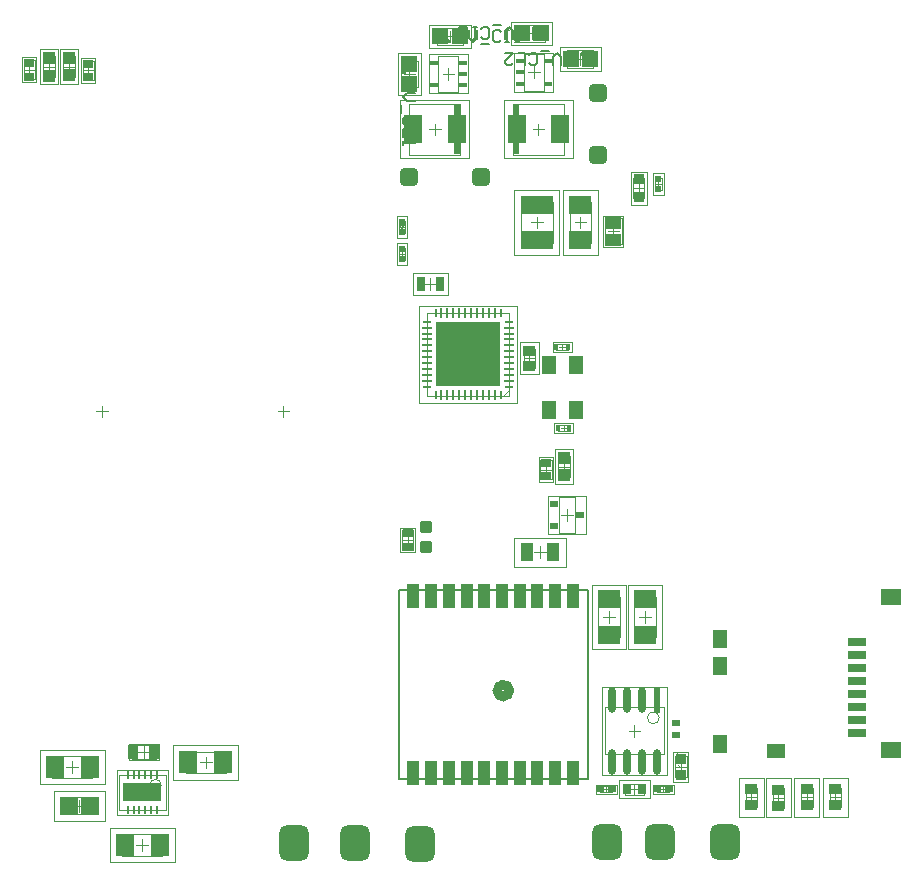
<source format=gtp>
G04*
G04 #@! TF.GenerationSoftware,Altium Limited,CircuitMaker,2.2.1 (2.2.1.6)*
G04*
G04 Layer_Color=7318015*
%FSLAX42Y42*%
%MOMM*%
G71*
G04*
G04 #@! TF.SameCoordinates,594ED0CD-E859-4A23-B6EA-3589AB250A5C*
G04*
G04*
G04 #@! TF.FilePolarity,Positive*
G04*
G01*
G75*
%ADD10C,0.10*%
%ADD14C,0.81*%
%ADD17C,0.13*%
%ADD19C,0.05*%
%ADD20C,0.12*%
%ADD21C,0.18*%
%ADD22C,0.03*%
%ADD23R,0.58X4.31*%
G04:AMPARAMS|DCode=24|XSize=0.8mm|YSize=1.25mm|CornerRadius=0.08mm|HoleSize=0mm|Usage=FLASHONLY|Rotation=180.000|XOffset=0mm|YOffset=0mm|HoleType=Round|Shape=RoundedRectangle|*
%AMROUNDEDRECTD24*
21,1,0.80,1.09,0,0,180.0*
21,1,0.64,1.25,0,0,180.0*
1,1,0.16,-0.32,0.55*
1,1,0.16,0.32,0.55*
1,1,0.16,0.32,-0.55*
1,1,0.16,-0.32,-0.55*
%
%ADD24ROUNDEDRECTD24*%
%ADD25R,1.50X1.90*%
%ADD26R,1.50X1.55*%
%ADD27R,3.30X1.50*%
%ADD28R,0.24X0.70*%
G04:AMPARAMS|DCode=29|XSize=3mm|YSize=2.5mm|CornerRadius=0.63mm|HoleSize=0mm|Usage=FLASHONLY|Rotation=270.000|XOffset=0mm|YOffset=0mm|HoleType=Round|Shape=RoundedRectangle|*
%AMROUNDEDRECTD29*
21,1,3.00,1.25,0,0,270.0*
21,1,1.75,2.50,0,0,270.0*
1,1,1.25,-0.63,-0.88*
1,1,1.25,-0.63,0.88*
1,1,1.25,0.63,0.88*
1,1,1.25,0.63,-0.88*
%
%ADD29ROUNDEDRECTD29*%
%ADD30R,1.05X0.90*%
%ADD31R,0.70X0.60*%
%ADD32R,0.90X0.85*%
G04:AMPARAMS|DCode=33|XSize=0.55mm|YSize=0.6mm|CornerRadius=0.06mm|HoleSize=0mm|Usage=FLASHONLY|Rotation=270.000|XOffset=0mm|YOffset=0mm|HoleType=Round|Shape=RoundedRectangle|*
%AMROUNDEDRECTD33*
21,1,0.55,0.49,0,0,270.0*
21,1,0.44,0.60,0,0,270.0*
1,1,0.11,-0.24,-0.22*
1,1,0.11,-0.24,0.22*
1,1,0.11,0.24,0.22*
1,1,0.11,0.24,-0.22*
%
%ADD33ROUNDEDRECTD33*%
%ADD34R,0.80X0.95*%
G04:AMPARAMS|DCode=35|XSize=1mm|YSize=1mm|CornerRadius=0.15mm|HoleSize=0mm|Usage=FLASHONLY|Rotation=0.000|XOffset=0mm|YOffset=0mm|HoleType=Round|Shape=RoundedRectangle|*
%AMROUNDEDRECTD35*
21,1,1.00,0.70,0,0,0.0*
21,1,0.70,1.00,0,0,0.0*
1,1,0.30,0.35,-0.35*
1,1,0.30,-0.35,-0.35*
1,1,0.30,-0.35,0.35*
1,1,0.30,0.35,0.35*
%
%ADD35ROUNDEDRECTD35*%
%ADD36R,0.85X0.70*%
%ADD37R,1.00X1.05*%
%ADD38O,0.60X2.20*%
%ADD39R,0.60X2.20*%
%ADD40R,0.55X0.55*%
%ADD41R,0.90X0.90*%
%ADD42R,0.75X0.60*%
G04:AMPARAMS|DCode=43|XSize=0.55mm|YSize=0.58mm|CornerRadius=0.14mm|HoleSize=0mm|Usage=FLASHONLY|Rotation=270.000|XOffset=0mm|YOffset=0mm|HoleType=Round|Shape=RoundedRectangle|*
%AMROUNDEDRECTD43*
21,1,0.55,0.29,0,0,270.0*
21,1,0.26,0.58,0,0,270.0*
1,1,0.29,-0.15,-0.13*
1,1,0.29,-0.15,0.13*
1,1,0.29,0.15,0.13*
1,1,0.29,0.15,-0.13*
%
%ADD43ROUNDEDRECTD43*%
%ADD44R,1.10X1.50*%
%ADD45R,1.70X1.40*%
%ADD46R,1.50X1.15*%
%ADD47R,1.15X1.50*%
%ADD48R,1.50X0.80*%
%ADD49R,1.02X2.01*%
%ADD50R,1.90X1.50*%
%ADD51R,0.70X0.20*%
%ADD52R,0.85X0.20*%
%ADD53R,0.20X0.70*%
%ADD54R,0.20X0.85*%
%ADD55R,5.50X5.50*%
%ADD56R,0.70X0.45*%
%ADD57R,0.80X1.30*%
%ADD58R,2.80X1.50*%
%ADD59R,0.45X0.50*%
%ADD60R,1.25X1.60*%
%ADD61R,1.50X2.40*%
%ADD62R,1.35X1.10*%
%ADD63R,1.35X1.45*%
%ADD64R,1.45X1.35*%
G04:AMPARAMS|DCode=65|XSize=1.52mm|YSize=1.52mm|CornerRadius=0.38mm|HoleSize=0mm|Usage=FLASHONLY|Rotation=0.000|XOffset=0mm|YOffset=0mm|HoleType=Round|Shape=RoundedRectangle|*
%AMROUNDEDRECTD65*
21,1,1.52,0.76,0,0,0.0*
21,1,0.76,1.52,0,0,0.0*
1,1,0.76,0.38,-0.38*
1,1,0.76,-0.38,-0.38*
1,1,0.76,-0.38,0.38*
1,1,0.76,0.38,0.38*
%
%ADD65ROUNDEDRECTD65*%
G04:AMPARAMS|DCode=66|XSize=1.52mm|YSize=1.52mm|CornerRadius=0.38mm|HoleSize=0mm|Usage=FLASHONLY|Rotation=90.000|XOffset=0mm|YOffset=0mm|HoleType=Round|Shape=RoundedRectangle|*
%AMROUNDEDRECTD66*
21,1,1.52,0.76,0,0,90.0*
21,1,0.76,1.52,0,0,90.0*
1,1,0.76,0.38,0.38*
1,1,0.76,0.38,-0.38*
1,1,0.76,-0.38,-0.38*
1,1,0.76,-0.38,0.38*
%
%ADD66ROUNDEDRECTD66*%
G36*
X6122Y8037D02*
X6122Y8037D01*
Y8036D01*
X6122Y8036D01*
X6122Y8035D01*
X6122Y8035D01*
X6122Y8034D01*
X6122Y8034D01*
Y8034D01*
X6122Y8034D01*
X6122Y8034D01*
X6122Y8034D01*
X6122Y8033D01*
X6121Y8033D01*
X6121Y8033D01*
X6121Y8032D01*
X6120Y8032D01*
X6120Y8032D01*
X6120Y8032D01*
X6120Y8032D01*
X6120Y8032D01*
X6119Y8032D01*
X6119Y8032D01*
X6119Y8032D01*
X6118Y8032D01*
X6118D01*
X6118D01*
X6118D01*
X6118Y8032D01*
X6118D01*
X6117Y8032D01*
X6117Y8032D01*
X6117Y8032D01*
X6116Y8032D01*
X6116Y8032D01*
X6115Y8032D01*
X6115Y8033D01*
X6115Y8033D01*
X6115Y8033D01*
X6115Y8033D01*
X6115Y8033D01*
X6115Y8033D01*
X6115Y8033D01*
X6115Y8033D01*
X6114Y8034D01*
X6114Y8034D01*
X6114Y8034D01*
X6114Y8035D01*
X6114Y8035D01*
X6114Y8035D01*
X6114Y8036D01*
X6114Y8036D01*
X6114Y8036D01*
X6114Y8036D01*
X6114Y8036D01*
X6113Y8036D01*
X6113Y8035D01*
X6113Y8035D01*
X6113Y8035D01*
X6113Y8035D01*
X6113Y8035D01*
X6113Y8034D01*
X6112Y8034D01*
X6112Y8034D01*
X6112Y8034D01*
X6111Y8033D01*
X6111Y8033D01*
X6106Y8030D01*
Y8033D01*
X6110Y8035D01*
X6110D01*
X6110Y8035D01*
X6110Y8035D01*
X6110Y8035D01*
X6110Y8035D01*
X6111Y8036D01*
X6111Y8036D01*
X6111Y8036D01*
X6112Y8036D01*
X6112Y8037D01*
X6112Y8037D01*
X6112Y8037D01*
X6112Y8037D01*
X6112Y8037D01*
X6113Y8037D01*
X6113Y8037D01*
X6113Y8038D01*
X6113Y8038D01*
X6113Y8038D01*
X6113Y8038D01*
X6113Y8038D01*
X6113Y8038D01*
X6113Y8039D01*
Y8039D01*
X6113Y8039D01*
Y8039D01*
X6113Y8039D01*
Y8039D01*
X6114Y8039D01*
Y8042D01*
X6106D01*
Y8044D01*
X6122D01*
Y8037D01*
D02*
G37*
G36*
X6118Y8027D02*
X6118Y8027D01*
X6119Y8027D01*
X6119Y8027D01*
X6119Y8027D01*
X6119Y8027D01*
X6119Y8027D01*
X6119Y8026D01*
X6120Y8026D01*
X6120Y8025D01*
X6120Y8025D01*
X6120Y8025D01*
X6120Y8025D01*
X6121Y8024D01*
X6121Y8024D01*
X6121Y8024D01*
X6121Y8024D01*
X6122Y8023D01*
X6122Y8023D01*
X6123Y8023D01*
Y8022D01*
X6106D01*
Y8024D01*
X6119D01*
X6119Y8024D01*
X6119Y8024D01*
X6119Y8024D01*
X6119Y8024D01*
X6118Y8024D01*
X6118Y8025D01*
X6118Y8025D01*
X6118Y8025D01*
X6118Y8025D01*
X6117Y8026D01*
X6117Y8026D01*
X6117Y8026D01*
X6117Y8026D01*
X6117Y8027D01*
X6117Y8027D01*
X6117Y8027D01*
X6118D01*
Y8027D01*
D02*
G37*
G36*
X6103Y8005D02*
X6102D01*
Y8018D01*
X6103D01*
Y8005D01*
D02*
G37*
G36*
X6122Y7992D02*
X6121D01*
Y8001D01*
X6116D01*
Y7994D01*
X6114D01*
Y8001D01*
X6106D01*
Y8003D01*
X6122D01*
Y7992D01*
D02*
G37*
G36*
X6115Y7990D02*
X6115D01*
X6115Y7990D01*
X6115Y7990D01*
X6116Y7990D01*
X6116Y7990D01*
X6117Y7990D01*
X6118Y7990D01*
X6119Y7989D01*
X6119D01*
X6119Y7989D01*
X6119Y7989D01*
X6119Y7989D01*
X6119Y7989D01*
X6119Y7989D01*
X6120Y7988D01*
X6120Y7988D01*
X6121Y7988D01*
X6121Y7987D01*
X6122Y7986D01*
Y7986D01*
X6122Y7986D01*
X6122Y7986D01*
X6122Y7986D01*
X6122Y7986D01*
X6122Y7986D01*
X6122Y7985D01*
X6122Y7985D01*
X6122Y7985D01*
X6122Y7985D01*
X6123Y7984D01*
X6123Y7983D01*
X6123Y7982D01*
Y7982D01*
X6123Y7982D01*
Y7982D01*
X6123Y7981D01*
X6123Y7981D01*
X6122Y7980D01*
X6122Y7980D01*
X6122Y7979D01*
Y7979D01*
X6122Y7979D01*
X6122Y7979D01*
X6122Y7979D01*
X6122Y7979D01*
X6122Y7978D01*
X6121Y7978D01*
X6121Y7978D01*
X6121Y7977D01*
X6121Y7977D01*
X6121Y7977D01*
X6120Y7977D01*
X6120Y7977D01*
X6120Y7976D01*
X6119Y7976D01*
X6119Y7976D01*
X6119Y7976D01*
X6118Y7976D01*
X6117Y7978D01*
X6117D01*
X6117Y7978D01*
X6118Y7978D01*
X6118Y7978D01*
X6118Y7978D01*
X6118Y7978D01*
X6119Y7978D01*
X6119Y7978D01*
X6119Y7978D01*
X6119Y7978D01*
X6119Y7979D01*
X6120Y7979D01*
X6120Y7979D01*
X6120Y7979D01*
X6120Y7979D01*
X6120Y7980D01*
X6120Y7980D01*
X6121Y7980D01*
X6121Y7980D01*
X6121Y7980D01*
X6121Y7981D01*
X6121Y7981D01*
X6121Y7981D01*
X6121Y7982D01*
X6121Y7982D01*
Y7982D01*
X6121Y7983D01*
X6121Y7983D01*
X6121Y7983D01*
X6121Y7984D01*
X6121Y7984D01*
X6120Y7985D01*
X6120Y7985D01*
X6120Y7985D01*
X6120Y7985D01*
X6120Y7985D01*
X6120Y7986D01*
X6120Y7986D01*
X6120Y7986D01*
X6119Y7986D01*
X6119Y7986D01*
X6119Y7986D01*
X6119Y7987D01*
X6119Y7987D01*
X6119Y7987D01*
X6118Y7987D01*
X6118Y7987D01*
X6118Y7987D01*
X6118D01*
X6118Y7987D01*
X6118Y7987D01*
X6117Y7987D01*
X6117Y7988D01*
X6117Y7988D01*
X6117Y7988D01*
X6116Y7988D01*
X6116Y7988D01*
X6115Y7988D01*
X6114Y7988D01*
X6114D01*
X6114D01*
X6114D01*
X6114D01*
X6114Y7988D01*
X6114Y7988D01*
X6113Y7988D01*
X6113Y7988D01*
X6112Y7988D01*
X6111Y7987D01*
X6111Y7987D01*
X6111D01*
X6111Y7987D01*
X6111Y7987D01*
X6111Y7987D01*
X6110Y7987D01*
X6110Y7987D01*
X6110Y7986D01*
X6109Y7986D01*
X6109Y7986D01*
X6109Y7985D01*
Y7985D01*
X6109Y7985D01*
X6109Y7985D01*
X6109Y7985D01*
X6109Y7985D01*
X6108Y7985D01*
X6108Y7984D01*
X6108Y7984D01*
X6108Y7983D01*
X6108Y7983D01*
X6108Y7982D01*
Y7982D01*
X6108Y7982D01*
X6108Y7981D01*
X6108Y7981D01*
X6108Y7980D01*
X6108Y7980D01*
X6109Y7979D01*
Y7979D01*
X6109Y7979D01*
X6109Y7979D01*
X6109Y7979D01*
X6109Y7979D01*
X6109Y7978D01*
X6109Y7978D01*
X6109Y7978D01*
X6110Y7977D01*
X6113D01*
Y7982D01*
X6115D01*
Y7975D01*
X6109D01*
X6109Y7975D01*
X6109Y7975D01*
X6108Y7976D01*
X6108Y7976D01*
X6108Y7976D01*
X6108Y7976D01*
X6108Y7976D01*
X6108Y7977D01*
X6107Y7977D01*
X6107Y7978D01*
X6107Y7979D01*
Y7979D01*
X6107Y7979D01*
X6107Y7979D01*
X6107Y7979D01*
X6107Y7979D01*
X6107Y7979D01*
X6106Y7980D01*
X6106Y7980D01*
X6106Y7981D01*
X6106Y7981D01*
X6106Y7982D01*
Y7982D01*
X6106Y7982D01*
Y7983D01*
X6106Y7983D01*
X6106Y7983D01*
X6106Y7983D01*
X6106Y7984D01*
X6107Y7985D01*
X6107Y7986D01*
X6107Y7986D01*
Y7986D01*
X6107Y7986D01*
X6107Y7986D01*
X6107Y7987D01*
X6107Y7987D01*
X6108Y7987D01*
X6108Y7987D01*
X6108Y7988D01*
X6109Y7988D01*
X6109Y7989D01*
X6110Y7989D01*
X6110D01*
X6110Y7989D01*
X6110Y7989D01*
X6110Y7989D01*
X6111Y7989D01*
X6111Y7989D01*
X6111Y7990D01*
X6111Y7990D01*
X6112Y7990D01*
X6112Y7990D01*
X6113Y7990D01*
X6113Y7990D01*
X6114Y7990D01*
X6114D01*
X6114D01*
X6115D01*
X6115Y7990D01*
D02*
G37*
G36*
X6864Y6929D02*
X6856D01*
X6846Y6955D01*
X6835Y6929D01*
X6827D01*
Y7000D01*
X6836D01*
X6836Y6949D01*
X6836Y6949D01*
X6845Y6972D01*
X6847D01*
X6856Y6949D01*
X6856Y6949D01*
X6855Y7000D01*
X6864D01*
Y6929D01*
D02*
G37*
G36*
X6800Y7000D02*
X6801D01*
X6802Y7000D01*
X6803Y7000D01*
X6804Y6999D01*
X6806Y6999D01*
X6807Y6998D01*
X6808Y6998D01*
X6809Y6997D01*
X6810Y6996D01*
X6811Y6994D01*
X6812Y6993D01*
X6813Y6991D01*
Y6991D01*
X6814Y6991D01*
X6814Y6990D01*
X6814Y6990D01*
X6814Y6989D01*
X6815Y6987D01*
X6815Y6986D01*
X6816Y6985D01*
X6816Y6983D01*
X6817Y6981D01*
X6817Y6979D01*
X6817Y6976D01*
X6818Y6974D01*
X6818Y6971D01*
X6818Y6968D01*
X6818Y6965D01*
Y6965D01*
Y6964D01*
Y6963D01*
X6818Y6962D01*
Y6961D01*
X6818Y6959D01*
X6818Y6957D01*
X6818Y6955D01*
X6817Y6951D01*
X6816Y6946D01*
X6815Y6942D01*
X6814Y6940D01*
X6813Y6938D01*
X6813Y6938D01*
X6813Y6938D01*
X6813Y6937D01*
X6812Y6937D01*
X6811Y6935D01*
X6810Y6933D01*
X6808Y6931D01*
X6805Y6930D01*
X6804Y6929D01*
X6802Y6929D01*
X6801Y6928D01*
X6799Y6928D01*
X6798D01*
X6797Y6929D01*
X6796Y6929D01*
X6795Y6929D01*
X6793Y6930D01*
X6791Y6931D01*
X6789Y6932D01*
Y6941D01*
X6790Y6941D01*
X6790Y6940D01*
X6791Y6940D01*
X6792Y6939D01*
X6794Y6938D01*
X6795Y6938D01*
X6797Y6937D01*
X6799Y6937D01*
X6799D01*
X6799Y6937D01*
X6800Y6937D01*
X6802Y6938D01*
X6803Y6938D01*
X6804Y6939D01*
X6805Y6940D01*
X6805Y6941D01*
X6806Y6942D01*
X6806Y6943D01*
Y6943D01*
X6806Y6944D01*
X6807Y6944D01*
X6807Y6944D01*
X6807Y6945D01*
X6807Y6946D01*
X6807Y6947D01*
X6808Y6948D01*
X6808Y6950D01*
X6808Y6951D01*
X6808Y6953D01*
X6808Y6955D01*
X6808Y6957D01*
X6809Y6959D01*
X6809Y6962D01*
Y6964D01*
Y6965D01*
Y6965D01*
Y6966D01*
Y6967D01*
X6809Y6968D01*
Y6969D01*
X6808Y6971D01*
X6808Y6973D01*
X6808Y6976D01*
X6808Y6980D01*
X6807Y6981D01*
X6807Y6983D01*
X6807Y6984D01*
X6806Y6986D01*
Y6986D01*
X6806Y6986D01*
X6806Y6987D01*
X6805Y6988D01*
X6804Y6989D01*
X6803Y6990D01*
X6802Y6991D01*
X6800Y6992D01*
X6799Y6992D01*
X6798Y6992D01*
X6798D01*
X6797Y6992D01*
X6797Y6992D01*
X6795Y6991D01*
X6794Y6991D01*
X6792Y6990D01*
X6791Y6989D01*
X6790Y6988D01*
X6789Y6987D01*
Y6997D01*
X6789Y6997D01*
X6789Y6997D01*
X6790Y6998D01*
X6792Y6999D01*
X6793Y6999D01*
X6795Y7000D01*
X6797Y7000D01*
X6799Y7001D01*
X6800D01*
X6800Y7000D01*
D02*
G37*
G36*
X8474Y3585D02*
X8474Y3585D01*
X8474Y3584D01*
X8475Y3584D01*
X8475Y3584D01*
X8476Y3584D01*
X8476Y3584D01*
X8478Y3583D01*
X8479Y3582D01*
X8480Y3582D01*
X8480Y3581D01*
X8481Y3581D01*
X8481Y3580D01*
X8481Y3580D01*
X8482Y3580D01*
X8482Y3580D01*
X8482Y3579D01*
X8482Y3579D01*
X8482Y3579D01*
X8483Y3578D01*
X8483Y3578D01*
X8483Y3577D01*
X8483Y3576D01*
X8484Y3576D01*
X8484Y3575D01*
X8484Y3574D01*
X8484Y3573D01*
X8484Y3572D01*
X8484Y3571D01*
Y3571D01*
X8484Y3571D01*
Y3570D01*
X8484Y3570D01*
X8484Y3569D01*
X8484Y3568D01*
X8484Y3567D01*
X8483Y3566D01*
X8483Y3564D01*
X8482Y3564D01*
X8482Y3563D01*
X8482Y3563D01*
X8482Y3563D01*
X8482Y3563D01*
X8482Y3562D01*
X8481Y3562D01*
X8481Y3562D01*
X8481Y3562D01*
X8481Y3561D01*
X8480Y3561D01*
X8480Y3560D01*
X8479Y3560D01*
X8477Y3559D01*
X8476Y3558D01*
X8476D01*
X8476Y3558D01*
X8476Y3558D01*
X8475Y3558D01*
X8475Y3558D01*
X8474Y3558D01*
X8474Y3557D01*
X8473Y3557D01*
X8473Y3557D01*
X8472Y3557D01*
X8471Y3557D01*
X8469Y3556D01*
X8467Y3556D01*
X8467D01*
X8467D01*
X8467D01*
X8467Y3556D01*
X8466D01*
X8466Y3556D01*
X8465Y3557D01*
X8464Y3557D01*
X8463Y3557D01*
X8462Y3557D01*
X8460Y3558D01*
X8459Y3558D01*
X8459Y3558D01*
X8458Y3558D01*
X8458Y3558D01*
X8458Y3559D01*
X8458Y3559D01*
X8457Y3559D01*
X8457Y3560D01*
X8456Y3560D01*
X8455Y3561D01*
X8454Y3562D01*
X8453Y3564D01*
X8453Y3564D01*
X8453Y3564D01*
X8453Y3564D01*
X8453Y3564D01*
X8453Y3565D01*
X8452Y3565D01*
X8452Y3565D01*
X8452Y3566D01*
X8452Y3567D01*
X8452Y3567D01*
X8451Y3568D01*
X8451Y3570D01*
X8451Y3571D01*
Y3572D01*
X8451Y3572D01*
X8451Y3573D01*
X8451Y3573D01*
X8451Y3574D01*
X8451Y3574D01*
X8452Y3576D01*
X8452Y3577D01*
X8452Y3578D01*
X8453Y3578D01*
X8453Y3579D01*
X8454Y3580D01*
X8454Y3580D01*
X8454Y3580D01*
X8454Y3580D01*
X8454Y3580D01*
X8454Y3580D01*
X8455Y3581D01*
X8455Y3581D01*
X8455Y3581D01*
X8456Y3582D01*
X8456Y3582D01*
X8457Y3583D01*
X8457Y3583D01*
X8458Y3583D01*
X8459Y3584D01*
X8460Y3584D01*
X8460Y3584D01*
X8461Y3580D01*
X8461D01*
X8461Y3580D01*
X8461Y3580D01*
X8461Y3580D01*
X8461Y3580D01*
X8460Y3580D01*
X8459Y3579D01*
X8459Y3579D01*
X8458Y3578D01*
X8457Y3577D01*
X8456Y3577D01*
X8456Y3577D01*
X8456Y3576D01*
X8456Y3576D01*
X8455Y3575D01*
X8455Y3574D01*
X8455Y3574D01*
X8455Y3573D01*
X8455Y3571D01*
Y3571D01*
X8455Y3571D01*
Y3570D01*
X8455Y3570D01*
X8455Y3569D01*
X8455Y3568D01*
X8455Y3567D01*
X8456Y3566D01*
X8456Y3565D01*
Y3565D01*
X8457Y3565D01*
X8457Y3565D01*
X8457Y3564D01*
X8458Y3564D01*
X8458Y3563D01*
X8459Y3563D01*
X8460Y3562D01*
X8461Y3562D01*
X8461D01*
X8461Y3562D01*
X8462Y3562D01*
X8462Y3562D01*
X8462Y3561D01*
X8462Y3561D01*
X8463Y3561D01*
X8464Y3561D01*
X8465Y3561D01*
X8466Y3561D01*
X8467Y3561D01*
X8467D01*
X8468D01*
X8468D01*
X8468D01*
X8468Y3561D01*
X8469D01*
X8469Y3561D01*
X8470Y3561D01*
X8471Y3561D01*
X8472Y3561D01*
X8473Y3562D01*
X8474Y3562D01*
X8475D01*
X8475Y3562D01*
X8475Y3562D01*
X8475Y3562D01*
X8476Y3562D01*
X8476Y3563D01*
X8477Y3563D01*
X8478Y3564D01*
X8478Y3565D01*
X8479Y3566D01*
Y3566D01*
X8479Y3566D01*
X8479Y3566D01*
X8479Y3566D01*
X8479Y3566D01*
X8480Y3567D01*
X8480Y3567D01*
X8480Y3568D01*
X8480Y3569D01*
X8481Y3570D01*
X8481Y3571D01*
Y3571D01*
X8481Y3572D01*
Y3572D01*
X8480Y3572D01*
X8480Y3573D01*
X8480Y3574D01*
X8480Y3575D01*
X8479Y3576D01*
X8479Y3577D01*
X8479Y3577D01*
X8478Y3577D01*
X8478Y3577D01*
X8478Y3577D01*
X8478Y3577D01*
X8478Y3578D01*
X8478Y3578D01*
X8477Y3578D01*
X8477Y3578D01*
X8477Y3579D01*
X8476Y3579D01*
X8476Y3579D01*
X8475Y3580D01*
X8474Y3580D01*
X8474Y3580D01*
X8473Y3580D01*
X8472Y3580D01*
X8473Y3585D01*
X8474D01*
X8474Y3585D01*
D02*
G37*
G36*
X8492Y3529D02*
X8490D01*
Y3555D01*
X8492D01*
Y3529D01*
D02*
G37*
G36*
X8474Y3527D02*
X8474Y3527D01*
X8474Y3527D01*
X8475Y3527D01*
X8475Y3527D01*
X8477Y3527D01*
X8478Y3526D01*
X8478Y3526D01*
X8479Y3526D01*
X8480Y3525D01*
X8480Y3525D01*
X8480Y3525D01*
X8480Y3525D01*
X8481Y3525D01*
X8481Y3524D01*
X8481Y3524D01*
X8482Y3524D01*
X8482Y3523D01*
X8482Y3523D01*
X8483Y3522D01*
X8483Y3522D01*
X8483Y3521D01*
X8484Y3520D01*
X8484Y3519D01*
X8484Y3518D01*
X8484Y3518D01*
X8484Y3517D01*
Y3516D01*
X8484Y3516D01*
X8484Y3515D01*
X8484Y3515D01*
X8484Y3515D01*
X8484Y3514D01*
X8484Y3513D01*
X8483Y3512D01*
X8483Y3511D01*
X8483Y3510D01*
X8482Y3510D01*
X8482Y3509D01*
X8482Y3509D01*
X8482Y3509D01*
X8481Y3509D01*
X8481Y3509D01*
X8481Y3509D01*
X8481Y3509D01*
X8480Y3508D01*
X8480Y3508D01*
X8480Y3508D01*
X8479Y3507D01*
X8478Y3507D01*
X8477Y3507D01*
X8476Y3506D01*
X8475Y3506D01*
X8475Y3510D01*
X8475D01*
X8475D01*
X8475Y3510D01*
X8475Y3510D01*
X8476Y3511D01*
X8477Y3511D01*
X8477Y3511D01*
X8478Y3511D01*
X8479Y3512D01*
X8479Y3512D01*
X8479Y3513D01*
X8480Y3513D01*
X8480Y3513D01*
X8480Y3514D01*
X8480Y3514D01*
X8481Y3515D01*
X8481Y3516D01*
X8481Y3517D01*
Y3517D01*
X8481Y3517D01*
X8481Y3518D01*
X8481Y3518D01*
X8480Y3519D01*
X8480Y3520D01*
X8479Y3521D01*
X8479Y3521D01*
X8479Y3521D01*
X8479Y3521D01*
X8479Y3521D01*
X8479Y3522D01*
X8478Y3522D01*
X8478Y3522D01*
X8477Y3522D01*
X8476Y3523D01*
X8476Y3523D01*
X8474Y3523D01*
X8474Y3523D01*
X8473D01*
X8473D01*
X8473D01*
X8473D01*
X8473Y3523D01*
X8472D01*
X8472Y3523D01*
X8471Y3523D01*
X8470Y3523D01*
X8469Y3523D01*
X8469Y3522D01*
X8468Y3521D01*
X8468D01*
X8468Y3521D01*
X8468Y3521D01*
X8467Y3521D01*
X8467Y3520D01*
X8466Y3519D01*
X8466Y3519D01*
X8466Y3518D01*
X8466Y3517D01*
Y3516D01*
X8466Y3516D01*
X8466Y3515D01*
X8466Y3515D01*
X8466Y3514D01*
X8466Y3514D01*
X8467Y3513D01*
X8467Y3513D01*
X8467Y3513D01*
X8467Y3513D01*
X8467Y3512D01*
X8468Y3512D01*
X8468Y3511D01*
X8468Y3511D01*
X8469Y3511D01*
X8468Y3507D01*
X8452Y3510D01*
Y3526D01*
X8456D01*
Y3513D01*
X8464Y3511D01*
X8464Y3512D01*
X8464Y3512D01*
X8464Y3512D01*
X8464Y3512D01*
X8464Y3512D01*
X8464Y3513D01*
X8463Y3513D01*
X8463Y3514D01*
X8463Y3515D01*
X8462Y3516D01*
X8462Y3517D01*
Y3518D01*
X8462Y3518D01*
X8462Y3519D01*
X8463Y3519D01*
X8463Y3519D01*
X8463Y3520D01*
X8463Y3521D01*
X8463Y3522D01*
X8464Y3522D01*
X8464Y3523D01*
X8464Y3523D01*
X8465Y3524D01*
X8465Y3525D01*
X8465Y3525D01*
X8465Y3525D01*
X8466Y3525D01*
X8466Y3525D01*
X8466Y3525D01*
X8466Y3526D01*
X8467Y3526D01*
X8467Y3526D01*
X8468Y3526D01*
X8468Y3527D01*
X8469Y3527D01*
X8470Y3527D01*
X8470Y3527D01*
X8471Y3527D01*
X8472Y3527D01*
X8473Y3528D01*
X8473D01*
X8473D01*
X8473D01*
X8474Y3527D01*
D02*
G37*
G36*
X8475Y3502D02*
X8476Y3502D01*
X8476Y3502D01*
X8476Y3502D01*
X8477Y3502D01*
X8478Y3502D01*
X8479Y3502D01*
X8479Y3501D01*
X8480Y3501D01*
X8480Y3501D01*
X8481Y3500D01*
X8481Y3500D01*
X8481Y3499D01*
X8482Y3499D01*
X8482Y3499D01*
X8482Y3499D01*
X8482Y3499D01*
X8482Y3498D01*
X8482Y3498D01*
X8483Y3497D01*
X8483Y3497D01*
X8483Y3496D01*
X8484Y3496D01*
X8484Y3495D01*
X8484Y3494D01*
X8484Y3494D01*
X8484Y3493D01*
X8484Y3492D01*
Y3491D01*
X8484Y3491D01*
X8484Y3491D01*
X8484Y3490D01*
X8484Y3490D01*
X8484Y3489D01*
X8483Y3488D01*
X8483Y3487D01*
X8483Y3487D01*
X8483Y3486D01*
X8482Y3485D01*
X8482Y3485D01*
X8481Y3484D01*
X8481Y3484D01*
X8481Y3484D01*
X8481Y3484D01*
X8481Y3484D01*
X8481Y3484D01*
X8480Y3483D01*
X8480Y3483D01*
X8479Y3483D01*
X8479Y3483D01*
X8478Y3482D01*
X8477Y3482D01*
X8477Y3482D01*
X8476Y3482D01*
X8475Y3481D01*
X8474Y3481D01*
X8474D01*
X8474D01*
X8474D01*
X8474Y3481D01*
X8474D01*
X8473Y3481D01*
X8473Y3482D01*
X8472Y3482D01*
X8471Y3482D01*
X8470Y3482D01*
X8469Y3483D01*
X8469D01*
X8469Y3483D01*
X8469Y3483D01*
X8468Y3484D01*
X8468Y3484D01*
X8468Y3485D01*
X8467Y3486D01*
X8467Y3486D01*
X8466Y3487D01*
Y3487D01*
X8466Y3487D01*
X8466Y3487D01*
X8466Y3487D01*
X8466Y3487D01*
X8466Y3486D01*
X8465Y3485D01*
X8465Y3485D01*
X8464Y3484D01*
X8464Y3484D01*
X8464Y3484D01*
X8463Y3484D01*
X8463Y3483D01*
X8463Y3483D01*
X8462Y3483D01*
X8461Y3483D01*
X8461Y3483D01*
X8460Y3483D01*
X8460D01*
X8460D01*
X8459D01*
X8459Y3483D01*
X8459Y3483D01*
X8458Y3483D01*
X8458Y3483D01*
X8457Y3483D01*
X8456Y3484D01*
X8455Y3484D01*
X8455Y3484D01*
X8454Y3485D01*
X8454Y3485D01*
X8454Y3485D01*
X8454Y3485D01*
X8454Y3485D01*
X8454Y3486D01*
X8453Y3486D01*
X8453Y3486D01*
X8453Y3487D01*
X8453Y3487D01*
X8452Y3487D01*
X8452Y3488D01*
X8452Y3488D01*
X8452Y3489D01*
X8452Y3490D01*
X8452Y3491D01*
X8451Y3492D01*
Y3492D01*
X8452Y3493D01*
X8452Y3493D01*
X8452Y3493D01*
X8452Y3494D01*
X8452Y3494D01*
X8452Y3495D01*
X8452Y3496D01*
X8453Y3497D01*
X8453Y3498D01*
X8454Y3498D01*
X8454Y3499D01*
X8454Y3499D01*
X8454Y3499D01*
X8454Y3499D01*
X8454Y3499D01*
X8455Y3499D01*
X8455Y3499D01*
X8456Y3500D01*
X8456Y3500D01*
X8457Y3501D01*
X8459Y3501D01*
X8459Y3501D01*
X8460Y3501D01*
X8460D01*
X8460D01*
X8460D01*
X8461Y3501D01*
X8461Y3501D01*
X8462Y3501D01*
X8462Y3501D01*
X8463Y3500D01*
X8464Y3500D01*
X8464Y3500D01*
X8464Y3500D01*
X8464Y3499D01*
X8465Y3499D01*
X8465Y3499D01*
X8466Y3498D01*
X8466Y3497D01*
X8466Y3496D01*
Y3496D01*
X8466Y3497D01*
X8466Y3497D01*
X8466Y3497D01*
X8467Y3497D01*
X8467Y3498D01*
X8468Y3499D01*
X8468Y3500D01*
X8469Y3500D01*
X8469Y3501D01*
X8469D01*
X8469Y3501D01*
X8470Y3501D01*
X8470Y3501D01*
X8471Y3502D01*
X8472Y3502D01*
X8472Y3502D01*
X8473Y3502D01*
X8474Y3502D01*
X8475D01*
X8475D01*
X8475D01*
X8475Y3502D01*
D02*
G37*
G36*
X8476Y3473D02*
X8484D01*
Y3469D01*
X8476D01*
Y3455D01*
X8472D01*
X8452Y3470D01*
Y3473D01*
X8472D01*
Y3477D01*
X8476D01*
Y3473D01*
D02*
G37*
%LPC*%
G36*
X6121Y8042D02*
X6115D01*
Y8037D01*
X6115Y8037D01*
Y8037D01*
X6115Y8036D01*
X6115Y8036D01*
X6116Y8036D01*
X6116Y8035D01*
X6116Y8035D01*
X6116Y8035D01*
X6116Y8035D01*
X6116Y8035D01*
X6116Y8035D01*
X6116Y8035D01*
X6116Y8034D01*
X6117Y8034D01*
X6117Y8034D01*
X6117Y8034D01*
X6117Y8034D01*
X6117Y8034D01*
X6117Y8034D01*
X6117Y8034D01*
X6118Y8034D01*
X6118Y8034D01*
X6118D01*
X6118D01*
X6118D01*
X6118Y8034D01*
X6119Y8034D01*
X6119Y8034D01*
X6119Y8034D01*
X6120Y8034D01*
X6120Y8035D01*
X6120Y8035D01*
X6120Y8035D01*
X6120Y8035D01*
X6120Y8035D01*
X6120Y8036D01*
X6121Y8036D01*
X6121Y8037D01*
X6121Y8037D01*
Y8042D01*
D02*
G37*
G36*
X8460Y3497D02*
X8460D01*
X8460D01*
X8459D01*
X8459Y3497D01*
X8459Y3497D01*
X8458Y3497D01*
X8457Y3496D01*
X8457Y3496D01*
X8456Y3496D01*
X8456Y3496D01*
X8456Y3495D01*
X8456Y3495D01*
X8455Y3495D01*
X8455Y3494D01*
X8455Y3493D01*
X8455Y3493D01*
X8455Y3492D01*
Y3492D01*
X8455Y3491D01*
X8455Y3491D01*
X8455Y3490D01*
X8455Y3489D01*
X8456Y3489D01*
X8456Y3488D01*
X8456Y3488D01*
X8456Y3488D01*
X8457Y3488D01*
X8457Y3487D01*
X8458Y3487D01*
X8458Y3487D01*
X8459Y3487D01*
X8460Y3487D01*
X8460D01*
X8460D01*
X8460Y3487D01*
X8460Y3487D01*
X8461Y3487D01*
X8462Y3487D01*
X8462Y3487D01*
X8463Y3488D01*
X8463Y3488D01*
X8463Y3488D01*
X8464Y3488D01*
X8464Y3489D01*
X8464Y3489D01*
X8464Y3490D01*
X8465Y3490D01*
X8465Y3491D01*
X8465Y3492D01*
Y3492D01*
X8465Y3492D01*
X8465Y3493D01*
X8465Y3493D01*
X8464Y3494D01*
X8464Y3494D01*
X8464Y3495D01*
X8463Y3496D01*
X8463Y3496D01*
X8463Y3496D01*
X8463Y3496D01*
X8462Y3496D01*
X8462Y3497D01*
X8461Y3497D01*
X8461Y3497D01*
X8460Y3497D01*
D02*
G37*
G36*
X8475Y3498D02*
X8474D01*
X8474D01*
X8474D01*
X8474Y3498D01*
X8474Y3498D01*
X8473Y3498D01*
X8472Y3498D01*
X8471Y3498D01*
X8471Y3497D01*
X8470Y3497D01*
X8470Y3496D01*
X8470Y3496D01*
X8469Y3496D01*
X8469Y3495D01*
X8469Y3495D01*
X8468Y3494D01*
X8468Y3493D01*
X8468Y3492D01*
Y3491D01*
X8468Y3491D01*
X8468Y3491D01*
X8468Y3490D01*
X8468Y3489D01*
X8469Y3489D01*
X8469Y3488D01*
X8470Y3487D01*
X8470Y3487D01*
X8470Y3487D01*
X8471Y3487D01*
X8471Y3486D01*
X8472Y3486D01*
X8473Y3486D01*
X8473Y3485D01*
X8474Y3485D01*
X8474D01*
X8475D01*
X8475Y3485D01*
X8475Y3485D01*
X8476Y3486D01*
X8476Y3486D01*
X8477Y3486D01*
X8478Y3486D01*
X8478Y3486D01*
X8478Y3486D01*
X8478Y3486D01*
X8479Y3487D01*
X8479Y3487D01*
X8479Y3487D01*
X8480Y3488D01*
X8480Y3488D01*
X8480Y3489D01*
X8480Y3489D01*
X8480Y3489D01*
X8481Y3490D01*
X8481Y3490D01*
X8481Y3491D01*
X8481Y3491D01*
X8481Y3492D01*
Y3492D01*
X8481Y3492D01*
X8481Y3493D01*
X8481Y3494D01*
X8480Y3494D01*
X8480Y3495D01*
X8480Y3496D01*
X8479Y3497D01*
X8479Y3497D01*
X8479Y3497D01*
X8478Y3497D01*
X8478Y3497D01*
X8477Y3498D01*
X8476Y3498D01*
X8476Y3498D01*
X8475Y3498D01*
D02*
G37*
G36*
X8472Y3469D02*
X8458D01*
X8472Y3459D01*
Y3469D01*
D02*
G37*
%LPD*%
D10*
X6331Y6599D02*
X7031D01*
X6331D02*
Y7299D01*
X7031D01*
Y6599D02*
Y7299D01*
X6981Y6599D02*
X7031Y6649D01*
X3836Y3519D02*
X4036D01*
X3836D02*
Y3644D01*
X4036D01*
Y3519D02*
Y3644D01*
X3936Y3541D02*
Y3621D01*
X3896Y3581D02*
X3976D01*
X8420Y3328D02*
X8547D01*
Y3582D01*
X8420D02*
X8547D01*
X8420Y3328D02*
Y3582D01*
X4084Y3299D02*
G03*
X4084Y3299I-50J0D01*
G01*
X8300Y3870D02*
G03*
X8300Y3870I-50J0D01*
G01*
X4036Y3519D02*
Y3644D01*
X3836Y3519D02*
Y3644D01*
Y3519D02*
X4036D01*
X3836Y3644D02*
X4036D01*
X3754Y2704D02*
X4094D01*
X3754Y2884D02*
X4094D01*
Y2704D02*
Y2884D01*
X3754Y2704D02*
Y2884D01*
X3280Y3197D02*
X3500D01*
X3280Y3052D02*
X3500D01*
X3280D02*
Y3197D01*
X3500Y3052D02*
Y3197D01*
X3160Y3364D02*
X3500D01*
X3160Y3544D02*
X3500D01*
Y3364D02*
Y3544D01*
X3160Y3364D02*
Y3544D01*
X4290Y3583D02*
X4630D01*
X4290Y3403D02*
X4630D01*
X4290D02*
Y3583D01*
X4630Y3403D02*
Y3583D01*
X3724Y3089D02*
Y3388D01*
X4124Y3089D02*
Y3388D01*
X3724Y3089D02*
X4124D01*
X3724Y3388D02*
X4124D01*
X9744Y3279D02*
X9839D01*
X9744Y3114D02*
X9839D01*
Y3279D01*
X9744Y3114D02*
Y3279D01*
X9033D02*
X9128D01*
X9033Y3114D02*
X9128D01*
Y3279D01*
X9033Y3114D02*
Y3279D01*
X9503D02*
X9598D01*
X9503Y3114D02*
X9598D01*
Y3279D01*
X9503Y3114D02*
Y3279D01*
X9262Y3274D02*
X9357D01*
X9262Y3109D02*
X9357D01*
Y3274D01*
X9262Y3109D02*
Y3274D01*
X8532Y3368D02*
Y3543D01*
X8436Y3368D02*
Y3543D01*
X8532D01*
X8436Y3368D02*
X8532D01*
X8281Y3240D02*
X8381D01*
X8281Y3290D02*
X8381D01*
X8281Y3240D02*
Y3290D01*
X8381Y3240D02*
Y3290D01*
X8007Y3217D02*
Y3312D01*
X8172Y3217D02*
Y3312D01*
X8007D02*
X8172D01*
X8007Y3217D02*
X8172D01*
X7799Y3240D02*
X7899D01*
X7799Y3290D02*
X7899D01*
X7799Y3240D02*
Y3290D01*
X7899Y3240D02*
Y3290D01*
X6121Y5294D02*
Y5459D01*
X6216Y5294D02*
Y5459D01*
X6121Y5294D02*
X6216D01*
X6121Y5459D02*
X6216D01*
X2919Y9440D02*
X3014D01*
X2919Y9275D02*
X3014D01*
Y9440D01*
X2919Y9275D02*
Y9440D01*
X3084Y9295D02*
X3180D01*
X3084Y9470D02*
X3180D01*
X3084Y9295D02*
Y9470D01*
X3180Y9295D02*
Y9470D01*
X7446Y5909D02*
X7542D01*
X7446Y6084D02*
X7542D01*
X7446Y5909D02*
Y6084D01*
X7542Y5909D02*
Y6084D01*
X7294Y6054D02*
X7389D01*
X7294Y5889D02*
X7389D01*
Y6054D01*
X7294Y5889D02*
Y6054D01*
X7840Y3560D02*
Y3960D01*
X8340Y3560D02*
Y3960D01*
X7840Y3560D02*
X8340D01*
X7840Y3960D02*
X8340D01*
X3254Y9297D02*
X3350D01*
X3254Y9472D02*
X3350D01*
X3254Y9297D02*
Y9472D01*
X3350Y9297D02*
Y9472D01*
X3418Y9433D02*
X3513D01*
X3418Y9268D02*
X3513D01*
Y9433D01*
X3418Y9268D02*
Y9433D01*
X8266Y8338D02*
X8321D01*
X8266Y8443D02*
X8321D01*
X8266Y8338D02*
Y8443D01*
X8321Y8338D02*
Y8443D01*
X8175Y8268D02*
Y8443D01*
X8081Y8268D02*
Y8443D01*
X8175D01*
X8081Y8268D02*
X8175D01*
X7448Y5438D02*
X7588D01*
X7448Y5738D02*
X7588D01*
Y5438D02*
Y5738D01*
X7448Y5438D02*
Y5738D01*
X6094Y7850D02*
X6149D01*
X6094Y7745D02*
X6149D01*
Y7850D01*
X6094Y7745D02*
Y7850D01*
X8269Y4554D02*
Y4894D01*
X8089Y4554D02*
Y4894D01*
X8269D01*
X8089Y4554D02*
X8269D01*
X7964D02*
Y4894D01*
X7784Y4554D02*
Y4894D01*
X7964D01*
X7784Y4554D02*
X7964D01*
X7154Y9179D02*
X7324D01*
X7154Y9489D02*
X7324D01*
Y9179D02*
Y9489D01*
X7154Y9179D02*
Y9489D01*
X7543Y8235D02*
X7723D01*
X7543Y7894D02*
X7723D01*
Y8235D01*
X7543Y7894D02*
Y8235D01*
X7129Y7894D02*
Y8235D01*
X7399Y7894D02*
Y8235D01*
X7129Y7894D02*
X7399D01*
X7129Y8235D02*
X7399D01*
X7153Y6830D02*
X7248D01*
X7153Y6995D02*
X7248D01*
X7153Y6830D02*
Y6995D01*
X7248Y6830D02*
Y6995D01*
X7531Y6983D02*
Y7038D01*
X7426Y6983D02*
Y7038D01*
Y6983D02*
X7531D01*
X7426Y7038D02*
X7531D01*
X7439Y6297D02*
Y6352D01*
X7544Y6297D02*
Y6352D01*
X7439D02*
X7544D01*
X7439Y6297D02*
X7544D01*
X7062Y8636D02*
Y9067D01*
X7493Y8636D02*
Y9067D01*
X7062D02*
X7493D01*
X7062Y8636D02*
X7493D01*
X7840Y7878D02*
Y8098D01*
X7985Y7878D02*
Y8098D01*
X7840Y7878D02*
X7985D01*
X7840Y8098D02*
X7985D01*
X7331Y9592D02*
Y9737D01*
X7110Y9592D02*
Y9737D01*
Y9592D02*
X7331D01*
X7110Y9737D02*
X7331D01*
X7743Y9376D02*
Y9521D01*
X7522Y9376D02*
Y9521D01*
Y9376D02*
X7743D01*
X7522Y9521D02*
X7743D01*
X6417Y9567D02*
Y9712D01*
X6638Y9567D02*
Y9712D01*
X6417D02*
X6638D01*
X6417Y9567D02*
X6638D01*
X6616Y8636D02*
Y9067D01*
X6185Y8636D02*
Y9067D01*
Y8636D02*
X6616D01*
X6185Y9067D02*
X6616D01*
X6112Y9432D02*
X6257D01*
X6112Y9211D02*
X6257D01*
Y9432D01*
X6112Y9211D02*
Y9432D01*
X6600Y9167D02*
Y9477D01*
X6430Y9167D02*
Y9477D01*
Y9167D02*
X6600D01*
X6430Y9477D02*
X6600D01*
X5068Y6464D02*
X5168D01*
X5118Y6414D02*
Y6514D01*
X3531Y6464D02*
X3631D01*
X3581Y6414D02*
Y6514D01*
X3886Y3581D02*
X3986D01*
X3936Y3531D02*
Y3631D01*
X3924Y2744D02*
Y2844D01*
X3874Y2794D02*
X3974D01*
X3390Y3074D02*
Y3174D01*
X3340Y3124D02*
X3440D01*
X3330Y3404D02*
Y3504D01*
X3280Y3454D02*
X3380D01*
X4460Y3442D02*
Y3542D01*
X4410Y3492D02*
X4510D01*
X3874Y3238D02*
X3974D01*
X3924Y3189D02*
Y3288D01*
X9792Y3149D02*
Y3244D01*
X9744Y3196D02*
X9839D01*
X9081Y3149D02*
Y3244D01*
X9033Y3196D02*
X9128D01*
X9550Y3149D02*
Y3244D01*
X9503Y3196D02*
X9598D01*
X9309Y3144D02*
Y3239D01*
X9262Y3192D02*
X9357D01*
X8436Y3455D02*
X8532D01*
X8484Y3407D02*
Y3503D01*
X8547Y3328D02*
Y3582D01*
X8420Y3328D02*
Y3582D01*
X8547D01*
X8420Y3328D02*
X8547D01*
X8331Y3240D02*
Y3290D01*
X8306Y3265D02*
X8356D01*
X8042D02*
X8137D01*
X8090Y3217D02*
Y3312D01*
X7849Y3240D02*
Y3290D01*
X7824Y3265D02*
X7874D01*
X6121Y5376D02*
X6216D01*
X6169Y5329D02*
Y5424D01*
X2967Y9310D02*
Y9405D01*
X2919Y9357D02*
X3014D01*
X3132Y9335D02*
Y9431D01*
X3084Y9383D02*
X3180D01*
X7494Y5949D02*
Y6045D01*
X7446Y5997D02*
X7542D01*
X7342Y5924D02*
Y6019D01*
X7294Y5971D02*
X7389D01*
X8040Y3760D02*
X8140D01*
X8090Y3710D02*
Y3810D01*
X3302Y9336D02*
Y9432D01*
X3254Y9384D02*
X3350D01*
X3466Y9303D02*
Y9398D01*
X3418Y9351D02*
X3513D01*
X8293Y8363D02*
Y8418D01*
X8266Y8390D02*
X8321D01*
X8081Y8355D02*
X8175D01*
X8128Y8308D02*
Y8403D01*
X7518Y5538D02*
Y5638D01*
X7468Y5588D02*
X7568D01*
X6121Y7770D02*
Y7825D01*
X6094Y7798D02*
X6149D01*
X7290Y5221D02*
Y5321D01*
X7240Y5271D02*
X7340D01*
X8129Y4724D02*
X8229D01*
X8179Y4674D02*
Y4774D01*
X7824Y4724D02*
X7924D01*
X7874Y4674D02*
Y4774D01*
X7239Y9285D02*
Y9385D01*
X7189Y9335D02*
X7289D01*
X6313Y7544D02*
X6413D01*
X6363Y7494D02*
Y7594D01*
X7633Y8014D02*
Y8114D01*
X7583Y8064D02*
X7683D01*
X7214D02*
X7314D01*
X7264Y8014D02*
Y8114D01*
X7201Y6865D02*
Y6960D01*
X7153Y6913D02*
X7248D01*
X7451Y7010D02*
X7506D01*
X7479Y6983D02*
Y7038D01*
X7464Y6325D02*
X7519D01*
X7491Y6297D02*
Y6352D01*
X6985Y8607D02*
Y9097D01*
X7570Y8607D02*
Y9097D01*
X6985D02*
X7570D01*
X6985Y8607D02*
X7570D01*
X7227Y8852D02*
X7327D01*
X7277Y8802D02*
Y8902D01*
X7862Y7988D02*
X7962D01*
X7912Y7938D02*
Y8038D01*
X7170Y9665D02*
X7270D01*
X7220Y9615D02*
Y9715D01*
X7583Y9449D02*
X7683D01*
X7633Y9399D02*
Y9499D01*
X6478Y9639D02*
X6578D01*
X6528Y9589D02*
Y9689D01*
X6693Y8607D02*
Y9097D01*
X6108Y8607D02*
Y9097D01*
Y8607D02*
X6693D01*
X6108Y9097D02*
X6693D01*
X6351Y8852D02*
X6451D01*
X6401Y8802D02*
Y8902D01*
X6185Y9272D02*
Y9372D01*
X6135Y9322D02*
X6235D01*
X6465D02*
X6565D01*
X6515Y9272D02*
Y9372D01*
D14*
X7031Y4101D02*
G03*
X7031Y4101I-51J0D01*
G01*
D17*
X7694Y3352D02*
Y4952D01*
X6094Y3352D02*
X7694D01*
X6094D02*
Y4952D01*
X7694D01*
D19*
X6269Y6536D02*
X7094D01*
X6269D02*
Y7361D01*
X7094D01*
Y6536D02*
Y7361D01*
X7045Y9765D02*
X7395D01*
X7045Y9565D02*
X7395D01*
X7045D02*
Y9765D01*
X7395Y9565D02*
Y9765D01*
X7458Y9549D02*
X7808D01*
X7458Y9349D02*
X7808D01*
X7458D02*
Y9549D01*
X7808Y9349D02*
Y9549D01*
X6353Y9539D02*
X6703D01*
X6353Y9739D02*
X6703D01*
Y9539D02*
Y9739D01*
X6353Y9539D02*
Y9739D01*
X6085Y9147D02*
Y9497D01*
X6285Y9147D02*
Y9497D01*
X6085Y9147D02*
X6285D01*
X6085Y9497D02*
X6285D01*
X6138Y8026D02*
G03*
X6138Y8026I-17J0D01*
G01*
X4064Y3511D02*
Y3651D01*
X3809Y3511D02*
Y3651D01*
Y3511D02*
X4064D01*
X3809Y3651D02*
X4064D01*
X3649Y2649D02*
X4199D01*
X3649Y2939D02*
X4199D01*
Y2649D02*
Y2939D01*
X3649Y2649D02*
Y2939D01*
X3175Y3254D02*
X3605D01*
X3175Y2994D02*
X3605D01*
X3175D02*
Y3254D01*
X3605Y2994D02*
Y3254D01*
X3055Y3309D02*
X3605D01*
X3055Y3599D02*
X3605D01*
Y3309D02*
Y3599D01*
X3055Y3309D02*
Y3599D01*
X4185Y3638D02*
X4735D01*
X4185Y3347D02*
X4735D01*
X4185D02*
Y3638D01*
X4735Y3347D02*
Y3638D01*
X3709Y3049D02*
Y3428D01*
X4139Y3049D02*
Y3428D01*
X3709Y3049D02*
X4139D01*
X3709Y3428D02*
X4139D01*
X9687Y3361D02*
X9897D01*
X9687Y3031D02*
X9897D01*
Y3361D01*
X9687Y3031D02*
Y3361D01*
X8975D02*
X9186D01*
X8975Y3031D02*
X9186D01*
Y3361D01*
X8975Y3031D02*
Y3361D01*
X9445D02*
X9655D01*
X9445Y3031D02*
X9655D01*
Y3361D01*
X9445Y3031D02*
Y3361D01*
X9204Y3357D02*
X9414D01*
X9204Y3027D02*
X9414D01*
Y3357D01*
X9204Y3027D02*
Y3357D01*
X8246Y3305D02*
X8421D01*
X8246Y3225D02*
X8421D01*
X8246D02*
Y3305D01*
X8421Y3225D02*
Y3305D01*
X7960Y3190D02*
Y3340D01*
X8220Y3190D02*
Y3340D01*
X7960D02*
X8220D01*
X7960Y3190D02*
X8220D01*
X7764Y3305D02*
X7939D01*
X7764Y3225D02*
X7939D01*
X7764D02*
Y3305D01*
X7939Y3225D02*
Y3305D01*
X6109Y5271D02*
Y5481D01*
X6229Y5271D02*
Y5481D01*
X6109Y5271D02*
X6229D01*
X6109Y5481D02*
X6229D01*
X2907Y9462D02*
X3027D01*
X2907Y9252D02*
X3027D01*
Y9462D01*
X2907Y9252D02*
Y9462D01*
X3057Y9233D02*
X3207D01*
X3057Y9533D02*
X3207D01*
X3057Y9233D02*
Y9533D01*
X3207Y9233D02*
Y9533D01*
X7419Y5847D02*
X7569D01*
X7419Y6147D02*
X7569D01*
X7419Y5847D02*
Y6147D01*
X7569Y5847D02*
Y6147D01*
X7282Y6076D02*
X7402D01*
X7282Y5866D02*
X7402D01*
Y6076D01*
X7282Y5866D02*
Y6076D01*
X7815Y3385D02*
Y4135D01*
X8365Y3385D02*
Y4135D01*
X7815Y3385D02*
X8365D01*
X7815Y4135D02*
X8365D01*
X3227Y9234D02*
X3377D01*
X3227Y9534D02*
X3377D01*
X3227Y9234D02*
Y9534D01*
X3377Y9234D02*
Y9534D01*
X3406Y9456D02*
X3526D01*
X3406Y9246D02*
X3526D01*
Y9456D01*
X3406Y9246D02*
Y9456D01*
X8248Y8300D02*
X8338D01*
X8248Y8480D02*
X8338D01*
X8248Y8300D02*
Y8480D01*
X8338Y8300D02*
Y8480D01*
X8058Y8215D02*
X8198D01*
X8058D02*
Y8495D01*
X8198Y8215D02*
Y8495D01*
X8058D02*
X8198D01*
X7361Y5428D02*
X7676D01*
X7361Y5748D02*
X7676D01*
Y5428D02*
Y5748D01*
X7361Y5428D02*
Y5748D01*
X6076Y7888D02*
X6166D01*
X6076Y7708D02*
X6166D01*
Y7888D01*
X6076Y7708D02*
Y7888D01*
X6077Y8116D02*
X6165D01*
Y7936D02*
Y8116D01*
X6077Y7936D02*
X6165D01*
X6077D02*
Y8116D01*
X6121Y8004D02*
Y8048D01*
X6099Y8026D02*
X6143D01*
X7072Y5151D02*
Y5390D01*
Y5390D02*
X7507D01*
X7072Y5151D02*
X7507D01*
X7507Y5151D02*
Y5390D01*
X8324Y4449D02*
Y4999D01*
X8034Y4449D02*
Y4999D01*
X8324D01*
X8034Y4449D02*
X8324D01*
X8019D02*
Y4999D01*
X7729Y4449D02*
Y4999D01*
X8019D01*
X7729Y4449D02*
X8019D01*
X7074Y9169D02*
X7404D01*
X7074Y9500D02*
X7404D01*
Y9169D02*
Y9500D01*
X7074Y9169D02*
Y9500D01*
X6513Y7454D02*
Y7634D01*
X6213Y7454D02*
Y7634D01*
Y7454D02*
X6513D01*
X6213Y7634D02*
X6513D01*
X7488Y8339D02*
X7778D01*
X7488Y7789D02*
X7778D01*
Y8339D01*
X7488Y7789D02*
Y8339D01*
X7074Y7789D02*
Y8339D01*
X7454Y7789D02*
Y8339D01*
X7074Y7789D02*
X7454D01*
X7074Y8339D02*
X7454D01*
X7123Y6778D02*
X7278D01*
X7123Y7048D02*
X7278D01*
X7123Y6778D02*
Y7048D01*
X7278Y6778D02*
Y7048D01*
X7558Y6970D02*
Y7050D01*
X7399Y6970D02*
Y7050D01*
Y6970D02*
X7558D01*
X7399Y7050D02*
X7558D01*
X7411Y6285D02*
Y6365D01*
X7571Y6285D02*
Y6365D01*
X7411D02*
X7571D01*
X7411Y6285D02*
X7571D01*
X7827Y7853D02*
Y8123D01*
X7997Y7853D02*
Y8123D01*
X7827Y7853D02*
X7997D01*
X7827Y8123D02*
X7997D01*
X7395Y9565D02*
Y9765D01*
X7045Y9565D02*
Y9765D01*
Y9565D02*
X7395D01*
X7045Y9765D02*
X7395D01*
X7808Y9349D02*
Y9549D01*
X7458Y9349D02*
Y9549D01*
Y9349D02*
X7808D01*
X7458Y9549D02*
X7808D01*
X6353Y9539D02*
Y9739D01*
X6703Y9539D02*
Y9739D01*
X6353D02*
X6703D01*
X6353Y9539D02*
X6703D01*
X6085Y9497D02*
X6285D01*
X6085Y9147D02*
X6285D01*
Y9497D01*
X6085Y9147D02*
Y9497D01*
X6680Y9157D02*
Y9487D01*
X6350Y9157D02*
Y9487D01*
Y9157D02*
X6680D01*
X6350Y9487D02*
X6680D01*
D20*
X6093Y8079D02*
X6149D01*
Y7973D02*
Y8079D01*
X6093Y7973D02*
X6149D01*
X6093D02*
Y8079D01*
D21*
X7347Y9631D02*
X7330Y9614D01*
X7296D01*
X7279Y9631D01*
Y9648D01*
X7296Y9665D01*
X7313D01*
X7296D01*
X7279Y9682D01*
Y9699D01*
X7296Y9715D01*
X7330D01*
X7347Y9699D01*
X7245Y9715D02*
Y9699D01*
X7229D01*
Y9715D01*
X7245D01*
X7161Y9631D02*
X7144Y9614D01*
X7110D01*
X7093Y9631D01*
Y9648D01*
X7110Y9665D01*
X7127D01*
X7110D01*
X7093Y9682D01*
Y9699D01*
X7110Y9715D01*
X7144D01*
X7161Y9699D01*
X7059Y9614D02*
Y9682D01*
X7025Y9715D01*
X6992Y9682D01*
Y9614D01*
X6958Y9732D02*
X6890D01*
X6788Y9631D02*
X6805Y9614D01*
X6839D01*
X6856Y9631D01*
Y9699D01*
X6839Y9715D01*
X6805D01*
X6788Y9699D01*
X6755Y9614D02*
X6721D01*
X6738D01*
Y9715D01*
X6755D01*
X6721D01*
X6602D02*
X6670D01*
X6602Y9648D01*
Y9631D01*
X6619Y9614D01*
X6653D01*
X6670Y9631D01*
X7760Y9415D02*
X7743Y9398D01*
X7709D01*
X7692Y9415D01*
Y9432D01*
X7709Y9449D01*
X7726D01*
X7709D01*
X7692Y9466D01*
Y9483D01*
X7709Y9500D01*
X7743D01*
X7760Y9483D01*
X7658Y9500D02*
Y9483D01*
X7641D01*
Y9500D01*
X7658D01*
X7573Y9415D02*
X7557Y9398D01*
X7523D01*
X7506Y9415D01*
Y9432D01*
X7523Y9449D01*
X7540D01*
X7523D01*
X7506Y9466D01*
Y9483D01*
X7523Y9500D01*
X7557D01*
X7573Y9483D01*
X7472Y9398D02*
Y9466D01*
X7438Y9500D01*
X7404Y9466D01*
Y9398D01*
X7370Y9517D02*
X7303D01*
X7201Y9415D02*
X7218Y9398D01*
X7252D01*
X7269Y9415D01*
Y9483D01*
X7252Y9500D01*
X7218D01*
X7201Y9483D01*
X7167Y9398D02*
Y9500D01*
X7100D01*
X6998D02*
X7066D01*
X6998Y9432D01*
Y9415D01*
X7015Y9398D01*
X7049D01*
X7066Y9415D01*
X6401Y9673D02*
X6418Y9690D01*
X6452D01*
X6469Y9673D01*
Y9656D01*
X6452Y9639D01*
X6435D01*
X6452D01*
X6469Y9622D01*
Y9605D01*
X6452Y9589D01*
X6418D01*
X6401Y9605D01*
X6502Y9589D02*
Y9605D01*
X6519D01*
Y9589D01*
X6502D01*
X6587Y9673D02*
X6604Y9690D01*
X6638D01*
X6655Y9673D01*
Y9656D01*
X6638Y9639D01*
X6621D01*
X6638D01*
X6655Y9622D01*
Y9605D01*
X6638Y9589D01*
X6604D01*
X6587Y9605D01*
X6689Y9690D02*
Y9622D01*
X6722Y9589D01*
X6756Y9622D01*
Y9690D01*
X6790Y9572D02*
X6858D01*
X6959Y9673D02*
X6942Y9690D01*
X6909D01*
X6892Y9673D01*
Y9605D01*
X6909Y9589D01*
X6942D01*
X6959Y9605D01*
X6993Y9690D02*
X7027D01*
X7010D01*
Y9589D01*
X6993D01*
X7027D01*
X7078D02*
X7112D01*
X7095D01*
Y9690D01*
X7078Y9673D01*
X6219Y9449D02*
X6236Y9432D01*
Y9398D01*
X6219Y9381D01*
X6202D01*
X6185Y9398D01*
Y9415D01*
Y9398D01*
X6168Y9381D01*
X6151D01*
X6134Y9398D01*
Y9432D01*
X6151Y9449D01*
X6134Y9347D02*
X6151D01*
Y9330D01*
X6134D01*
Y9347D01*
X6219Y9263D02*
X6236Y9246D01*
Y9212D01*
X6219Y9195D01*
X6202D01*
X6185Y9212D01*
Y9229D01*
Y9212D01*
X6168Y9195D01*
X6151D01*
X6134Y9212D01*
Y9246D01*
X6151Y9263D01*
X6236Y9161D02*
X6168D01*
X6134Y9127D01*
X6168Y9093D01*
X6236D01*
X6117Y9059D02*
Y8992D01*
X6219Y8890D02*
X6236Y8907D01*
Y8941D01*
X6219Y8958D01*
X6151D01*
X6134Y8941D01*
Y8907D01*
X6151Y8890D01*
X6236Y8856D02*
X6134D01*
Y8789D01*
Y8755D02*
Y8721D01*
Y8738D01*
X6236D01*
X6219Y8755D01*
D22*
X6096Y8076D02*
X6146D01*
Y7976D02*
Y8076D01*
X6096Y7976D02*
X6146D01*
X6096D02*
Y8076D01*
Y8046D02*
X6146D01*
X6096D02*
Y8076D01*
X6146D01*
Y8046D02*
Y8076D01*
X6096Y8006D02*
X6146D01*
Y7976D02*
Y8006D01*
X6096Y7976D02*
X6146D01*
X6096D02*
Y8006D01*
D23*
X7091Y8852D02*
D03*
X6587Y8852D02*
D03*
D24*
X4026Y3581D02*
D03*
X3846D02*
D03*
D25*
X4074Y2794D02*
D03*
X3774D02*
D03*
X3480Y3454D02*
D03*
X3180D02*
D03*
X4310Y3492D02*
D03*
X4610D02*
D03*
D26*
X3300Y3124D02*
D03*
X3480D02*
D03*
D27*
X3924Y3238D02*
D03*
D28*
X3799Y3093D02*
D03*
X3849D02*
D03*
X3899D02*
D03*
X3949D02*
D03*
X3999D02*
D03*
X4049D02*
D03*
X3799Y3383D02*
D03*
X3849D02*
D03*
X3899D02*
D03*
X3949D02*
D03*
X3999D02*
D03*
X4049D02*
D03*
D29*
X5207Y2807D02*
D03*
X6273Y2804D02*
D03*
X5728Y2807D02*
D03*
X8859Y2819D02*
D03*
X8306Y2819D02*
D03*
X7861D02*
D03*
D30*
X9309Y3259D02*
D03*
X9792Y3264D02*
D03*
Y3129D02*
D03*
X9081Y3264D02*
D03*
Y3129D02*
D03*
X9550Y3264D02*
D03*
Y3129D02*
D03*
X9309Y3124D02*
D03*
X7201Y6845D02*
D03*
Y6980D02*
D03*
D31*
X8446Y3824D02*
D03*
Y3724D02*
D03*
D32*
X8484Y3520D02*
D03*
Y3390D02*
D03*
D33*
X8280Y3265D02*
D03*
X8382D02*
D03*
X7798D02*
D03*
X7899D02*
D03*
D34*
X8025D02*
D03*
X8155D02*
D03*
D35*
X6321Y5489D02*
D03*
Y5314D02*
D03*
D36*
X6169Y5319D02*
D03*
Y5434D02*
D03*
X2967Y9415D02*
D03*
Y9300D02*
D03*
X7342Y6029D02*
D03*
Y5914D02*
D03*
X3466Y9408D02*
D03*
Y9293D02*
D03*
D37*
X3132Y9308D02*
D03*
Y9458D02*
D03*
X7494Y5922D02*
D03*
Y6072D02*
D03*
X3302Y9309D02*
D03*
Y9459D02*
D03*
D38*
X7899Y3500D02*
D03*
X8026D02*
D03*
X8153D02*
D03*
X8280D02*
D03*
X7899Y4020D02*
D03*
X8026D02*
D03*
X8153D02*
D03*
D39*
X8280D02*
D03*
D40*
X8293Y8348D02*
D03*
Y8433D02*
D03*
X6121Y7840D02*
D03*
Y7755D02*
D03*
D41*
X8128Y8430D02*
D03*
Y8280D02*
D03*
D42*
X7628Y5588D02*
D03*
X7408Y5493D02*
D03*
Y5683D02*
D03*
D43*
X6121Y8070D02*
D03*
Y7983D02*
D03*
D44*
X7402Y5271D02*
D03*
X7177D02*
D03*
D45*
X10261Y4890D02*
D03*
Y3600D02*
D03*
D46*
X9286Y3588D02*
D03*
D47*
X8814Y3645D02*
D03*
Y4305D02*
D03*
Y4535D02*
D03*
D48*
X9971Y4515D02*
D03*
Y4405D02*
D03*
Y4295D02*
D03*
Y4185D02*
D03*
Y4075D02*
D03*
Y3965D02*
D03*
Y3855D02*
D03*
Y3745D02*
D03*
D49*
X7569Y4902D02*
D03*
X7419D02*
D03*
X7269D02*
D03*
X7120D02*
D03*
X6970D02*
D03*
X6819D02*
D03*
X6669D02*
D03*
X6519D02*
D03*
X6369D02*
D03*
X6219D02*
D03*
Y3400D02*
D03*
X6369D02*
D03*
X6519D02*
D03*
X6669D02*
D03*
X6819D02*
D03*
X6970D02*
D03*
X7120D02*
D03*
X7269D02*
D03*
X7419D02*
D03*
X7569D02*
D03*
D50*
X8179Y4874D02*
D03*
Y4574D02*
D03*
X7874Y4874D02*
D03*
Y4574D02*
D03*
X7633Y8214D02*
D03*
Y7914D02*
D03*
D51*
X7026Y6674D02*
D03*
Y7224D02*
D03*
X6336D02*
D03*
Y6674D02*
D03*
D52*
X7026Y6724D02*
D03*
Y6774D02*
D03*
Y6824D02*
D03*
Y6874D02*
D03*
Y6924D02*
D03*
Y6974D02*
D03*
Y7024D02*
D03*
Y7074D02*
D03*
Y7124D02*
D03*
Y7174D02*
D03*
X6336D02*
D03*
Y7124D02*
D03*
Y7074D02*
D03*
Y7024D02*
D03*
Y6974D02*
D03*
Y6924D02*
D03*
Y6874D02*
D03*
Y6824D02*
D03*
Y6774D02*
D03*
Y6724D02*
D03*
D53*
X6956Y7294D02*
D03*
X6406D02*
D03*
Y6604D02*
D03*
X6956D02*
D03*
D54*
X6906Y7294D02*
D03*
X6856D02*
D03*
X6806D02*
D03*
X6756D02*
D03*
X6706D02*
D03*
X6656D02*
D03*
X6606D02*
D03*
X6556D02*
D03*
X6506D02*
D03*
X6456D02*
D03*
Y6604D02*
D03*
X6506D02*
D03*
X6556D02*
D03*
X6606D02*
D03*
X6656D02*
D03*
X6706D02*
D03*
X6756D02*
D03*
X6806D02*
D03*
X6856D02*
D03*
X6906D02*
D03*
D55*
X6681Y6949D02*
D03*
D56*
X7359Y9429D02*
D03*
Y9239D02*
D03*
X7119D02*
D03*
Y9335D02*
D03*
Y9429D02*
D03*
X6635Y9227D02*
D03*
Y9322D02*
D03*
Y9417D02*
D03*
X6395D02*
D03*
Y9227D02*
D03*
D57*
X6443Y7544D02*
D03*
X6283D02*
D03*
D58*
X7264Y7914D02*
D03*
Y8214D02*
D03*
D59*
X7528Y7010D02*
D03*
X7429D02*
D03*
X7442Y6325D02*
D03*
X7540D02*
D03*
D60*
X7366Y6477D02*
D03*
Y6858D02*
D03*
X7595D02*
D03*
Y6477D02*
D03*
D61*
X7092Y8852D02*
D03*
X7462D02*
D03*
X6586D02*
D03*
X6216D02*
D03*
D62*
X7912Y7918D02*
D03*
Y8058D02*
D03*
D63*
X7303Y9665D02*
D03*
X7138D02*
D03*
X7715Y9449D02*
D03*
X7550D02*
D03*
X6445Y9639D02*
D03*
X6610D02*
D03*
D64*
X6185Y9404D02*
D03*
Y9239D02*
D03*
D65*
X7785Y9157D02*
D03*
Y8636D02*
D03*
D66*
X6185Y8446D02*
D03*
X6794D02*
D03*
M02*

</source>
